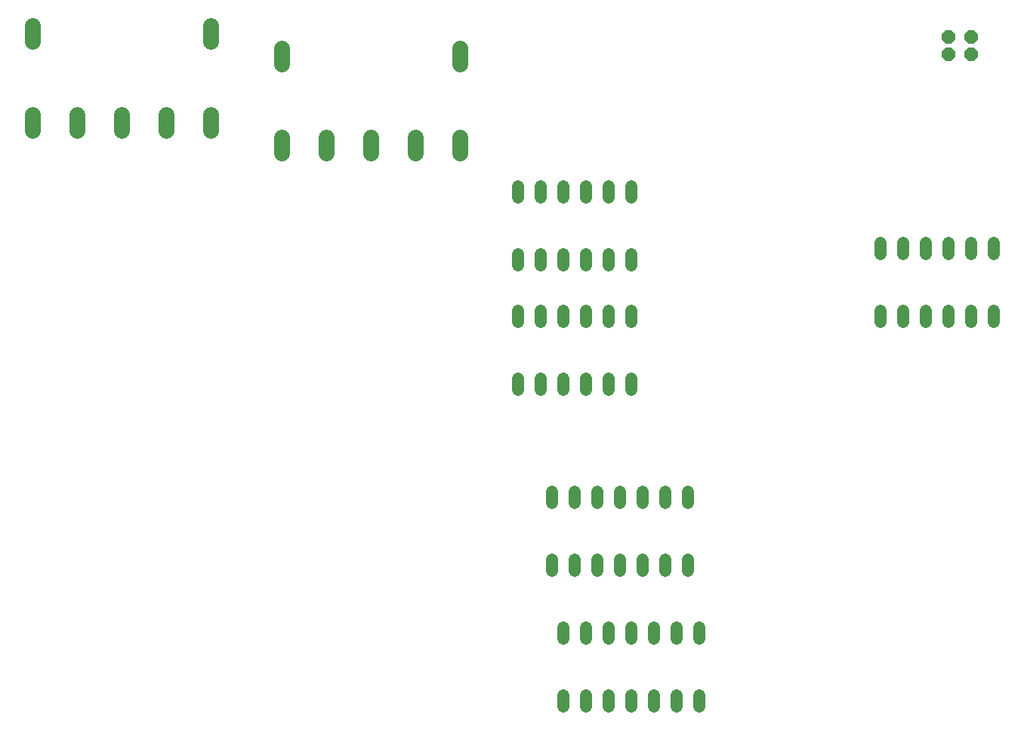
<source format=gbr>
G04 EAGLE Gerber RS-274X export*
G75*
%MOMM*%
%FSLAX34Y34*%
%LPD*%
%INBottom Copper*%
%IPPOS*%
%AMOC8*
5,1,8,0,0,1.08239X$1,22.5*%
G01*
%ADD10P,1.578125X8X22.500000*%
%ADD11C,1.320800*%
%ADD12C,1.800000*%


D10*
X1282500Y783700D03*
X1257500Y783700D03*
X1257500Y763700D03*
X1282500Y763700D03*
D11*
X1181100Y476504D02*
X1181100Y463296D01*
X1206500Y463296D02*
X1206500Y476504D01*
X1231900Y476504D02*
X1231900Y463296D01*
X1257300Y463296D02*
X1257300Y476504D01*
X1282700Y476504D02*
X1282700Y463296D01*
X1308100Y463296D02*
X1308100Y476504D01*
X1308100Y539496D02*
X1308100Y552704D01*
X1282700Y552704D02*
X1282700Y539496D01*
X1257300Y539496D02*
X1257300Y552704D01*
X1231900Y552704D02*
X1231900Y539496D01*
X1206500Y539496D02*
X1206500Y552704D01*
X1181100Y552704D02*
X1181100Y539496D01*
X774700Y540004D02*
X774700Y526796D01*
X800100Y526796D02*
X800100Y540004D01*
X825500Y540004D02*
X825500Y526796D01*
X850900Y526796D02*
X850900Y540004D01*
X876300Y540004D02*
X876300Y526796D01*
X901700Y526796D02*
X901700Y540004D01*
X901700Y602996D02*
X901700Y616204D01*
X876300Y616204D02*
X876300Y602996D01*
X850900Y602996D02*
X850900Y616204D01*
X825500Y616204D02*
X825500Y602996D01*
X800100Y602996D02*
X800100Y616204D01*
X774700Y616204D02*
X774700Y602996D01*
X774700Y400304D02*
X774700Y387096D01*
X800100Y387096D02*
X800100Y400304D01*
X825500Y400304D02*
X825500Y387096D01*
X850900Y387096D02*
X850900Y400304D01*
X876300Y400304D02*
X876300Y387096D01*
X901700Y387096D02*
X901700Y400304D01*
X901700Y463296D02*
X901700Y476504D01*
X876300Y476504D02*
X876300Y463296D01*
X850900Y463296D02*
X850900Y476504D01*
X825500Y476504D02*
X825500Y463296D01*
X800100Y463296D02*
X800100Y476504D01*
X774700Y476504D02*
X774700Y463296D01*
X812800Y197104D02*
X812800Y183896D01*
X838200Y183896D02*
X838200Y197104D01*
X965200Y197104D02*
X965200Y183896D01*
X965200Y260096D02*
X965200Y273304D01*
X863600Y197104D02*
X863600Y183896D01*
X889000Y183896D02*
X889000Y197104D01*
X939800Y197104D02*
X939800Y183896D01*
X914400Y183896D02*
X914400Y197104D01*
X939800Y260096D02*
X939800Y273304D01*
X914400Y273304D02*
X914400Y260096D01*
X889000Y260096D02*
X889000Y273304D01*
X863600Y273304D02*
X863600Y260096D01*
X838200Y260096D02*
X838200Y273304D01*
X812800Y273304D02*
X812800Y260096D01*
X825500Y44704D02*
X825500Y31496D01*
X850900Y31496D02*
X850900Y44704D01*
X977900Y44704D02*
X977900Y31496D01*
X977900Y107696D02*
X977900Y120904D01*
X876300Y44704D02*
X876300Y31496D01*
X901700Y31496D02*
X901700Y44704D01*
X952500Y44704D02*
X952500Y31496D01*
X927100Y31496D02*
X927100Y44704D01*
X952500Y107696D02*
X952500Y120904D01*
X927100Y120904D02*
X927100Y107696D01*
X901700Y107696D02*
X901700Y120904D01*
X876300Y120904D02*
X876300Y107696D01*
X850900Y107696D02*
X850900Y120904D01*
X825500Y120904D02*
X825500Y107696D01*
D12*
X559600Y652900D02*
X559600Y670900D01*
X609600Y670900D02*
X609600Y652900D01*
X659600Y652900D02*
X659600Y670900D01*
X509600Y670900D02*
X509600Y652900D01*
X709600Y652900D02*
X709600Y670900D01*
X709600Y752900D02*
X709600Y770900D01*
X509600Y770900D02*
X509600Y752900D01*
X280200Y696300D02*
X280200Y678300D01*
X330200Y678300D02*
X330200Y696300D01*
X380200Y696300D02*
X380200Y678300D01*
X230200Y678300D02*
X230200Y696300D01*
X430200Y696300D02*
X430200Y678300D01*
X430200Y778300D02*
X430200Y796300D01*
X230200Y796300D02*
X230200Y778300D01*
M02*

</source>
